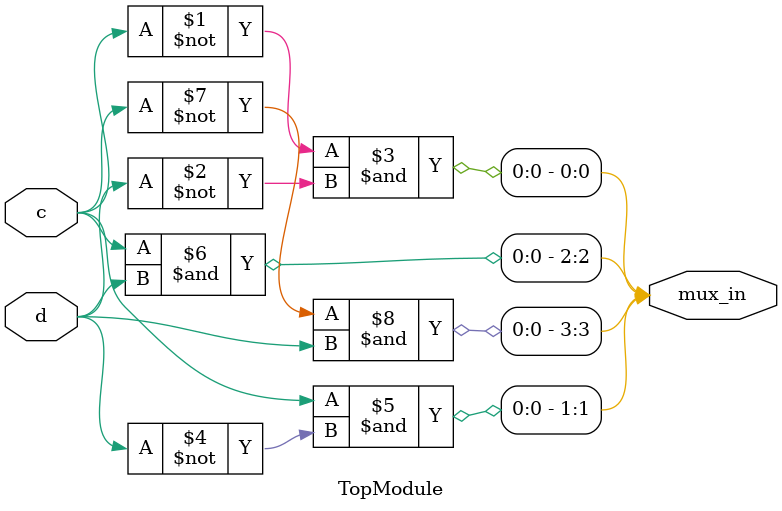
<source format=sv>
module TopModule
(
  input  logic c,
  input  logic d,
  output logic [3:0] mux_in
);

  // Combinational logic

  assign mux_in[0] = ~c & ~d;
  assign mux_in[1] = c & ~d;
  assign mux_in[2] = c & d;
  assign mux_in[3] = ~c & d;

endmodule
</source>
